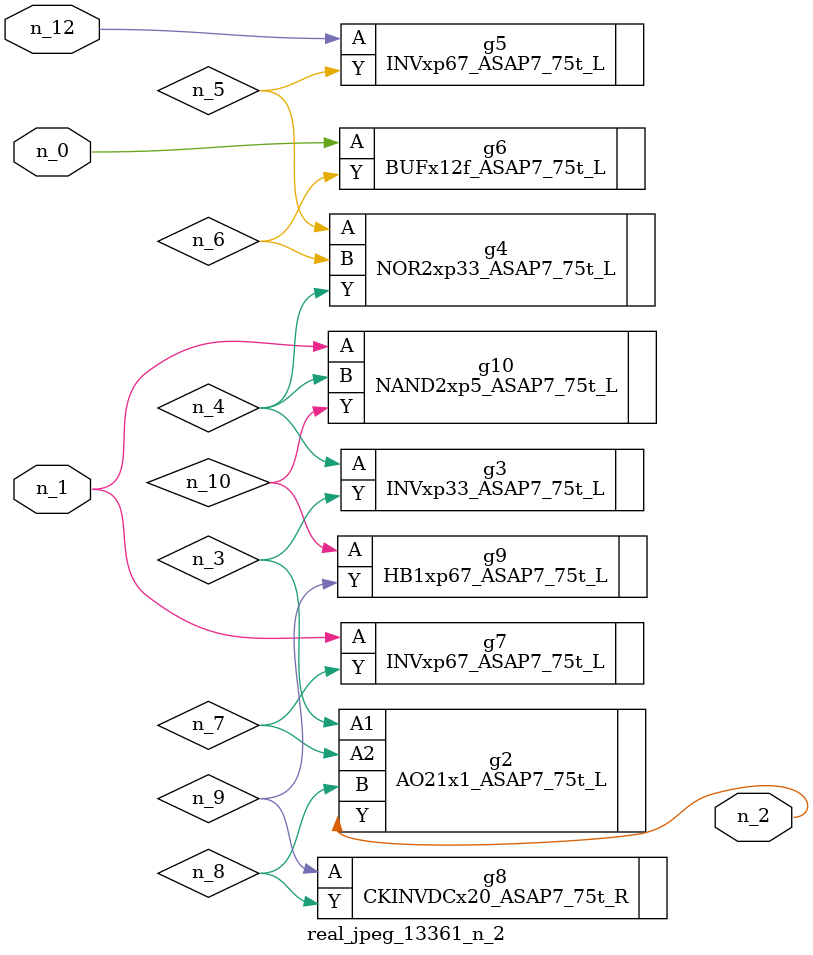
<source format=v>
module real_jpeg_13361_n_2 (n_12, n_1, n_0, n_2);

input n_12;
input n_1;
input n_0;

output n_2;

wire n_5;
wire n_4;
wire n_8;
wire n_6;
wire n_7;
wire n_3;
wire n_10;
wire n_9;

BUFx12f_ASAP7_75t_L g6 ( 
.A(n_0),
.Y(n_6)
);

INVxp67_ASAP7_75t_L g7 ( 
.A(n_1),
.Y(n_7)
);

NAND2xp5_ASAP7_75t_L g10 ( 
.A(n_1),
.B(n_4),
.Y(n_10)
);

AO21x1_ASAP7_75t_L g2 ( 
.A1(n_3),
.A2(n_7),
.B(n_8),
.Y(n_2)
);

INVxp33_ASAP7_75t_L g3 ( 
.A(n_4),
.Y(n_3)
);

NOR2xp33_ASAP7_75t_L g4 ( 
.A(n_5),
.B(n_6),
.Y(n_4)
);

CKINVDCx20_ASAP7_75t_R g8 ( 
.A(n_9),
.Y(n_8)
);

HB1xp67_ASAP7_75t_L g9 ( 
.A(n_10),
.Y(n_9)
);

INVxp67_ASAP7_75t_L g5 ( 
.A(n_12),
.Y(n_5)
);


endmodule
</source>
